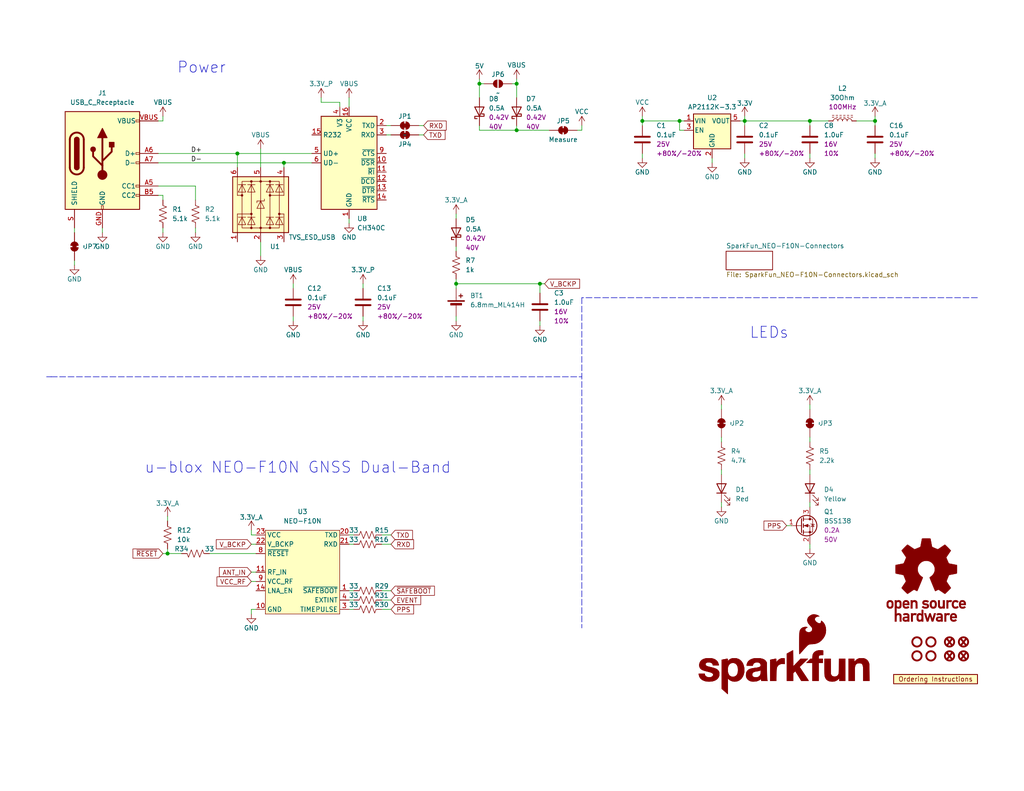
<source format=kicad_sch>
(kicad_sch (version 20230121) (generator eeschema)
  (paper "USLetter")
  (title_block (title "NEO-F10N") (date "2023-07-28") (rev "v10") (comment 1 "Designed by: N.Seidle"))
  (lib_symbols
    (symbol "SparkFun-Aesthetic:Fiducial_0.5mm"
      (symbol "Fiducial_0.5mm_1_1"
        (text "x" (at 0 0.254 0) (effects (font (size 2.5 2.5) bold)))
      )
    )
    (symbol "SparkFun-Aesthetic:OSHW_Logo" (pin_names (offset 1.016)) (in_bom no))
    (symbol "SparkFun-Aesthetic:Ordering_Instructions"
      (symbol "Ordering_Instructions_1_1"
        (text "Ordering Instructions" (at 1.27 0 0) (effects (font (size 1.27 1.27))))
      )
    )
    (symbol "SparkFun-Aesthetic:SparkFun_Logo" (pin_names (offset 1.016)) (on_board no))
    (symbol "SparkFun-Battery:Battery_6.8mm_ML414H_IV01E" (pin_numbers hide) (pin_names (offset 0) hide)
      (property "Reference" "BT" (at 2.54 2.54 0))
      (property "Value" "6.8mm_ML414H" (at 2.54 0 0))
      (symbol "Battery_6.8mm_ML414H_IV01E_1_1"
        (pin passive line (at 0 5.08 270) (length 2.54) (name "+") (number "+"))
        (pin passive line (at 0 -2.54 90) (length 2.54) (name "-") (number "-"))
      )
    )
    (symbol "SparkFun-Capacitor:0.1uF_0603_25V_20%" (pin_numbers hide) (pin_names (offset 0.254))
      (property "Reference" "C" (at 0.635 2.54 0))
      (property "Value" "0.1uF" (at 0.635 -2.54 0))
      (property "Voltage" "25V" (at 0 -6.35 0))
      (property "Tolerance" "+80%/-20%" (at 0 -8.89 0))
      (symbol "0.1uF_0603_25V_20%_1_1"
        (pin passive line (at 0 3.81 270) (length 2.794) (name "~") (number "1"))
        (pin passive line (at 0 -3.81 90) (length 2.794) (name "~") (number "2"))
      )
    )
    (symbol "SparkFun-Capacitor:1.0uF_0603_16V_10%" (pin_numbers hide) (pin_names (offset 0.254))
      (property "Reference" "C" (at 0.635 2.54 0))
      (property "Value" "1.0uF" (at 0.635 -2.54 0))
      (property "Voltage" "16V" (at 0 -6.35 0))
      (property "Tolerance" "10%" (at 0 -8.89 0))
      (symbol "1.0uF_0603_16V_10%_1_1"
        (pin passive line (at 0 3.81 270) (length 2.794) (name "~") (number "1"))
        (pin passive line (at 0 -3.81 90) (length 2.794) (name "~") (number "2"))
      )
    )
    (symbol "SparkFun-Coil:30Ohm_0603_1.8A" (pin_numbers hide) (pin_names (offset 1.016) hide)
      (property "Reference" "L" (at 0 2.54 0))
      (property "Value" "30Ohm" (at 0 -1.27 0))
      (property "Frequency" "100MHz" (at 0 -3.81 0))
      (symbol "30Ohm_0603_1.8A_1_1"
        (pin passive line (at -3.81 0 0) (length 1.27) (name "1") (number "1"))
        (pin passive line (at 3.81 0 180) (length 1.27) (name "2") (number "2"))
      )
    )
    (symbol "SparkFun-Connector:USB_C_Receptacle" (pin_names (offset 1.016))
      (property "Reference" "J" (at -10.16 12.7 0))
      (property "Value" "USB_C_Receptacle" (at 19.05 12.7 0))
      (symbol "USB_C_Receptacle_1_1"
        (pin bidirectional line (at 15.24 -8.89 180) (length 5.08) (name "CC1") (number "A5"))
        (pin bidirectional line (at 15.24 0 180) (length 5.08) (name "D+") (number "A6"))
        (pin bidirectional line (at 15.24 -2.54 180) (length 5.08) (name "D-") (number "A7"))
        (pin no_connect line (at 3.81 -15.24 90) (length 5.08) hide (name "NC") (number "A8"))
        (pin bidirectional line (at 15.24 -11.43 180) (length 5.08) (name "CC2") (number "B5"))
        (pin bidirectional line (at 15.24 0 180) (length 5.08) hide (name "D+") (number "B6"))
        (pin bidirectional line (at 15.24 -2.54 180) (length 5.08) hide (name "D-") (number "B7"))
        (pin no_connect line (at 3.81 -15.24 90) (length 5.08) hide (name "NC") (number "B8"))
        (pin passive line (at 0 -20.32 90) (length 5.08) (name "GND") (number "GND"))
        (pin no_connect line (at -2.54 -15.24 90) (length 5.08) hide (name "NC") (number "NC1"))
        (pin no_connect line (at -2.54 -15.24 90) (length 5.08) hide (name "NC") (number "NC2"))
        (pin no_connect line (at -2.54 -15.24 90) (length 5.08) hide (name "NC") (number "NC3"))
        (pin passive line (at -7.62 -20.32 90) (length 5.08) (name "SHIELD") (number "S"))
        (pin passive line (at 15.24 8.89 180) (length 5.08) (name "VBUS") (number "VBUS"))
      )
    )
    (symbol "SparkFun-DiscreteSemi:D_Schottky_0.5A_40V_0.42V" (pin_numbers hide) (pin_names (offset 1.016) hide)
      (property "Reference" "D" (at 0 2.54 0))
      (property "Value" "0.5A" (at 0 -2.54 0))
      (property "VDrop" "0.42V" (at 0 -7.62 0))
      (property "VMax" "40V" (at 0 -5.08 0))
      (symbol "D_Schottky_0.5A_40V_0.42V_1_1"
        (pin passive line (at 3.81 0 180) (length 2.54) (name "A") (number "A"))
        (pin passive line (at -3.81 0 0) (length 2.54) (name "C") (number "C"))
      )
    )
    (symbol "SparkFun-DiscreteSemi:D_TVS_ESD_USB" (pin_names hide)
      (property "Reference" "U" (at 2.54 7.62 0))
      (property "Value" "TVS_ESD_USB" (at 7.62 -10.16 0))
      (symbol "D_TVS_ESD_USB_1_1"
        (pin passive line (at -6.35 -11.43 90) (length 2.54) (name "I/O1") (number "1"))
        (pin passive line (at 0 -11.43 90) (length 2.54) (name "GND") (number "2"))
        (pin passive line (at 6.35 -11.43 90) (length 2.54) (name "I/O2") (number "3"))
        (pin passive line (at 6.35 8.89 270) (length 2.54) (name "I/O3") (number "4"))
        (pin passive line (at 0 8.89 270) (length 2.54) (name "VCC") (number "5"))
        (pin passive line (at -6.35 8.89 270) (length 2.54) (name "I/O4") (number "6"))
      )
    )
    (symbol "SparkFun-DiscreteSemi:Q_NMOS_0.2A_50V" (pin_names (offset 0) hide)
      (property "Reference" "Q" (at 5.08 1.27 0))
      (property "Value" "BSS138" (at 5.08 -1.27 0))
      (property "IMax" "0.2A" (at 7.62 -3.81 0))
      (property "VMax" "50V" (at 7.62 -6.35 0))
      (symbol "Q_NMOS_0.2A_50V_1_1"
        (pin input line (at -2.54 0 0) (length 0) (name "G") (number "1"))
        (pin passive line (at 2.54 -5.08 90) (length 2.54) (name "S") (number "2"))
        (pin passive line (at 2.54 5.08 270) (length 2.54) (name "D") (number "3"))
      )
    )
    (symbol "SparkFun-GPS:NEO-F10N"
      (property "Reference" "U" (at -8.89 12.7 0))
      (property "Value" "NEO-F10N" (at -5.08 -12.7 0))
      (symbol "NEO-F10N_1_0"
        (pin input line (at 12.7 -5.08 180) (length 2.54) (name "~{SAFEBOOT}") (number "1"))
        (pin no_connect line (at 30.48 0 180) (length 2.54) hide (name "RESERVED") (number "15"))
        (pin no_connect line (at 30.48 -2.54 180) (length 2.54) hide (name "RESERVED") (number "16"))
        (pin no_connect line (at 30.48 -5.08 180) (length 2.54) hide (name "RESERVED") (number "17"))
        (pin no_connect line (at 30.48 -7.62 180) (length 2.54) hide (name "RESERVED") (number "18"))
        (pin no_connect line (at 30.48 -10.16 180) (length 2.54) hide (name "RESERVED") (number "19"))
        (pin input line (at 12.7 -7.62 180) (length 2.54) (name "EXTINT") (number "4"))
        (pin no_connect line (at 30.48 7.62 180) (length 2.54) hide (name "RESERVED") (number "5"))
        (pin no_connect line (at 30.48 5.08 180) (length 2.54) hide (name "RESERVED") (number "6"))
        (pin no_connect line (at 30.48 2.54 180) (length 2.54) hide (name "RESERVED") (number "7"))
      )
      (symbol "NEO-F10N_1_1"
        (pin power_in line (at -12.7 -10.16 0) (length 2.54) (name "GND") (number "10"))
        (pin input line (at -12.7 0 0) (length 2.54) (name "RF_IN") (number "11"))
        (pin power_in line (at -12.7 -10.16 0) (length 2.54) hide (name "GND") (number "12"))
        (pin power_in line (at -12.7 -10.16 0) (length 2.54) hide (name "GND") (number "13"))
        (pin output line (at -12.7 -5.08 0) (length 2.54) (name "LNA_EN") (number "14"))
        (pin no_connect line (at 30.48 10.16 180) (length 2.54) hide (name "RESERVED") (number "2"))
        (pin output line (at 12.7 10.16 180) (length 2.54) (name "TXD") (number "20"))
        (pin input line (at 12.7 7.62 180) (length 2.54) (name "RXD") (number "21"))
        (pin power_in line (at -12.7 7.62 0) (length 2.54) (name "V_BCKP") (number "22"))
        (pin power_in line (at -12.7 10.16 0) (length 2.54) (name "VCC") (number "23"))
        (pin power_in line (at -12.7 -10.16 0) (length 2.54) hide (name "GND") (number "24"))
        (pin output line (at 12.7 -10.16 180) (length 2.54) (name "TIMEPULSE") (number "3"))
        (pin input line (at -12.7 5.08 0) (length 2.54) (name "~{RESET}") (number "8"))
        (pin power_out line (at -12.7 -2.54 0) (length 2.54) (name "VCC_RF") (number "9"))
      )
    )
    (symbol "SparkFun-Hardware:Stand_off")
    (symbol "SparkFun-IC-Comm:CH340C"
      (property "Reference" "U" (at 2.1941 -15.24 0))
      (property "Value" "CH340C" (at 2.1941 -17.78 0))
      (symbol "CH340C_1_1"
        (pin power_in line (at 0 -15.24 90) (length 2.54) (name "GND") (number "1"))
        (pin input line (at 10.16 0 180) (length 2.54) (name "~{DSR}") (number "10"))
        (pin input line (at 10.16 -2.54 180) (length 2.54) (name "~{RI}") (number "11"))
        (pin input line (at 10.16 -5.08 180) (length 2.54) (name "~{DCD}") (number "12"))
        (pin output line (at 10.16 -7.62 180) (length 2.54) (name "~{DTR}") (number "13"))
        (pin output line (at 10.16 -10.16 180) (length 2.54) (name "~{RTS}") (number "14"))
        (pin input line (at -10.16 7.62 0) (length 2.54) (name "R232") (number "15"))
        (pin power_in line (at 0 15.24 270) (length 2.54) (name "VCC") (number "16"))
        (pin output line (at 10.16 10.16 180) (length 2.54) (name "TXD") (number "2"))
        (pin input line (at 10.16 7.62 180) (length 2.54) (name "RXD") (number "3"))
        (pin passive line (at -2.54 15.24 270) (length 2.54) (name "V3") (number "4"))
        (pin bidirectional line (at -10.16 2.54 0) (length 2.54) (name "UD+") (number "5"))
        (pin bidirectional line (at -10.16 0 0) (length 2.54) (name "UD-") (number "6"))
        (pin no_connect line (at -7.62 -7.62 0) (length 2.54) hide (name "NC") (number "7"))
        (pin no_connect line (at -7.62 -10.16 0) (length 2.54) hide (name "NC") (number "8"))
        (pin input line (at 10.16 2.54 180) (length 2.54) (name "~{CTS}") (number "9"))
      )
    )
    (symbol "SparkFun-Jumper:Jumper_Measure" (pin_numbers hide) (pin_names (offset 0) hide)
      (property "Reference" "JP" (at 0 2.032 0))
      (property "Value" "Measure" (at 0 -2.54 0))
      (symbol "Jumper_Measure_1_1"
        (pin passive line (at -3.81 0 0) (length 2.54) (name "A") (number "1"))
        (pin passive line (at 3.81 0 180) (length 2.54) (name "B") (number "2"))
      )
    )
    (symbol "SparkFun-Jumper:SolderJumper_2_Bridged" (pin_numbers hide) (pin_names (offset 0) hide)
      (property "Reference" "JP" (at 0 2.032 0))
      (property "Value" "~" (at 0 -2.54 0))
      (symbol "SolderJumper_2_Bridged_1_1"
        (pin passive line (at -3.81 0 0) (length 2.54) (name "A") (number "1"))
        (pin passive line (at 3.81 0 180) (length 2.54) (name "B") (number "2"))
      )
    )
    (symbol "SparkFun-Jumper:SolderJumper_2_Open" (pin_numbers hide) (pin_names (offset 0) hide)
      (property "Reference" "JP" (at 0 2.032 0))
      (property "Value" "~" (at 0 -2.54 0))
      (symbol "SolderJumper_2_Open_1_1"
        (pin passive line (at -3.81 0 0) (length 2.54) (name "A") (number "1"))
        (pin passive line (at 3.81 0 180) (length 2.54) (name "B") (number "2"))
      )
    )
    (symbol "SparkFun-LED:LED_Red_0603" (pin_numbers hide) (pin_names (offset 1.016) hide)
      (property "Reference" "D" (at 0 2.54 0))
      (property "Value" "Red" (at 0 -2.54 0))
      (symbol "LED_Red_0603_1_1"
        (pin passive line (at -3.81 0 0) (length 2.54) (name "K") (number "1"))
        (pin passive line (at 3.81 0 180) (length 2.54) (name "A") (number "2"))
      )
    )
    (symbol "SparkFun-LED:LED_Yellow_0603" (pin_numbers hide) (pin_names (offset 1.016) hide)
      (property "Reference" "D" (at 0 2.54 0))
      (property "Value" "Yellow" (at 0 -2.54 0))
      (symbol "LED_Yellow_0603_1_1"
        (pin passive line (at -3.81 0 0) (length 2.54) (name "K") (number "1"))
        (pin passive line (at 3.81 0 180) (length 2.54) (name "A") (number "2"))
      )
    )
    (symbol "SparkFun-PowerSymbol:3.3V" (power) (pin_names (offset 0))
      (property "Value" "3.3V" (at 0 3.556 0))
      (symbol "3.3V_1_1"
        (pin power_in line (at 0 0 90) (length 0) hide (name "3.3V") (number "1"))
      )
    )
    (symbol "SparkFun-PowerSymbol:3.3V_A" (power) (pin_names (offset 0))
      (property "Value" "3.3V_A" (at 0 3.556 0))
      (symbol "3.3V_A_1_1"
        (pin power_in line (at 0 0 90) (length 0) hide (name "3.3V_A") (number "1"))
      )
    )
    (symbol "SparkFun-PowerSymbol:3.3V_P" (power) (pin_names (offset 0))
      (property "Value" "3.3V_P" (at 0 3.556 0))
      (symbol "3.3V_P_1_1"
        (pin power_in line (at 0 0 90) (length 0) hide (name "3.3V_P") (number "1"))
      )
    )
    (symbol "SparkFun-PowerSymbol:5V" (power) (pin_names (offset 0))
      (property "Value" "5V" (at 0 3.556 0))
      (symbol "5V_1_1"
        (pin power_in line (at 0 0 90) (length 0) hide (name "5V") (number "1"))
      )
    )
    (symbol "SparkFun-PowerSymbol:VBUS" (power) (pin_names (offset 0))
      (property "Value" "VBUS" (at 0 3.81 0))
      (symbol "VBUS_1_1"
        (pin power_in line (at 0 0 90) (length 0) hide (name "VBUS") (number "1"))
      )
    )
    (symbol "SparkFun-PowerSymbol:VCC" (power) (pin_names (offset 0))
      (property "Value" "VCC" (at 0 3.81 0))
      (symbol "VCC_1_1"
        (pin power_in line (at 0 0 90) (length 0) hide (name "VCC") (number "1"))
      )
    )
    (symbol "SparkFun-Regulator:AP2112K-3.3" (pin_names (offset 0.254))
      (symbol "AP2112K-3.3_1_1"
        (pin power_in line (at -7.62 2.54 0) (length 2.54) (name "VIN") (number "1"))
        (pin power_in line (at 0 -7.62 90) (length 2.54) (name "GND") (number "2"))
        (pin input line (at -7.62 0 0) (length 2.54) (name "EN") (number "3"))
        (pin no_connect line (at 5.08 0 180) (length 2.54) hide (name "NC") (number "4"))
        (pin power_out line (at 7.62 2.54 180) (length 2.54) (name "VOUT") (number "5"))
      )
    )
    (symbol "SparkFun-Resistor:10k_0603" (pin_numbers hide) (pin_names (offset 0))
      (property "Reference" "R" (at 0 -2.54 0))
      (property "Value" "10k" (at 0 2.54 0))
      (symbol "10k_0603_1_1"
        (pin passive line (at 3.81 0 180) (length 1.27) (name "~") (number "1"))
        (pin passive line (at -3.81 0 0) (length 1.27) (name "~") (number "2"))
      )
    )
    (symbol "SparkFun-Resistor:1k_0603" (pin_numbers hide) (pin_names (offset 0))
      (property "Reference" "R" (at 0 -2.54 0))
      (property "Value" "1k" (at 0 2.54 0))
      (symbol "1k_0603_1_1"
        (pin passive line (at 3.81 0 180) (length 1.27) (name "~") (number "1"))
        (pin passive line (at -3.81 0 0) (length 1.27) (name "~") (number "2"))
      )
    )
    (symbol "SparkFun-Resistor:2.2k_0603" (pin_numbers hide) (pin_names (offset 0))
      (property "Reference" "R" (at 0 -2.54 0))
      (property "Value" "2.2k" (at 0 2.54 0))
      (symbol "2.2k_0603_1_1"
        (pin passive line (at 3.81 0 180) (length 1.27) (name "~") (number "1"))
        (pin passive line (at -3.81 0 0) (length 1.27) (name "~") (number "2"))
      )
    )
    (symbol "SparkFun-Resistor:33_0603" (pin_numbers hide) (pin_names (offset 0))
      (property "Reference" "R" (at 0 -2.54 0))
      (property "Value" "33" (at 0 2.54 0))
      (symbol "33_0603_1_1"
        (pin passive line (at 3.81 0 180) (length 1.27) (name "~") (number "1"))
        (pin passive line (at -3.81 0 0) (length 1.27) (name "~") (number "2"))
      )
    )
    (symbol "SparkFun-Resistor:4.7k_0603" (pin_numbers hide) (pin_names (offset 0))
      (property "Reference" "R" (at 0 -2.54 0))
      (property "Value" "4.7k" (at 0 2.54 0))
      (symbol "4.7k_0603_1_1"
        (pin passive line (at 3.81 0 180) (length 1.27) (name "~") (number "1"))
        (pin passive line (at -3.81 0 0) (length 1.27) (name "~") (number "2"))
      )
    )
    (symbol "SparkFun-Resistor:5.1k_0603" (pin_numbers hide) (pin_names (offset 0))
      (property "Reference" "R" (at 0 -2.54 0))
      (property "Value" "5.1k" (at 0 2.54 0))
      (symbol "5.1k_0603_1_1"
        (pin passive line (at 3.81 0 180) (length 1.27) (name "~") (number "1"))
        (pin passive line (at -3.81 0 0) (length 1.27) (name "~") (number "2"))
      )
    )
    (symbol "power:GND" (power) (pin_names (offset 0))
      (property "Value" "GND" (at 0 -3.81 0))
      (symbol "GND_1_1"
        (pin power_in line (at 0 0 270) (length 0) hide (name "GND") (number "1"))
      )
    )
  )
  (junction (at 140.97 35.56))
  (junction (at 185.42 33.02))
  (junction (at 220.98 33.02))
  (junction (at 140.97 22.86))
  (junction (at 175.26 33.02))
  (junction (at 64.77 41.91))
  (junction (at 238.76 33.02))
  (junction (at 203.2 33.02))
  (junction (at 147.32 77.47))
  (junction (at 124.46 77.47))
  (junction (at 45.72 151.13))
  (junction (at 77.47 44.45))
  (junction (at 130.81 22.86))
  (wire (pts (xy 130.81 34.29) (xy 130.81 35.56)))
  (wire (pts (xy 130.81 22.86) (xy 132.08 22.86)))
  (wire (pts (xy 43.18 33.02) (xy 44.45 33.02)))
  (wire (pts (xy 203.2 33.02) (xy 220.98 33.02)))
  (wire (pts (xy 43.18 44.45) (xy 77.47 44.45)))
  (wire (pts (xy 104.14 166.37) (xy 106.68 166.37)))
  (wire (pts (xy 80.01 86.36) (xy 80.01 87.63)))
  (wire (pts (xy 196.85 137.16) (xy 196.85 138.43)))
  (wire (pts (xy 203.2 31.75) (xy 203.2 33.02)))
  (wire (pts (xy 238.76 31.75) (xy 238.76 33.02)))
  (wire (pts (xy 220.98 41.91) (xy 220.98 43.18)))
  (wire (pts (xy 220.98 138.43) (xy 220.98 137.16)))
  (wire (pts (xy 105.41 34.29) (xy 106.68 34.29)))
  (wire (pts (xy 114.3 36.83) (xy 115.57 36.83)))
  (wire (pts (xy 203.2 33.02) (xy 203.2 34.29)))
  (wire (pts (xy 220.98 110.49) (xy 220.98 111.76)))
  (wire (pts (xy 186.69 35.56) (xy 185.42 35.56)))
  (wire (pts (xy 104.14 163.83) (xy 106.68 163.83)))
  (wire (pts (xy 175.26 41.91) (xy 175.26 43.18)))
  (wire (pts (xy 140.97 35.56) (xy 140.97 34.29)))
  (wire (pts (xy 68.58 148.59) (xy 69.85 148.59)))
  (wire (pts (xy 44.45 53.34) (xy 44.45 54.61)))
  (wire (pts (xy 68.58 158.75) (xy 69.85 158.75)))
  (wire (pts (xy 92.71 27.94) (xy 92.71 29.21)))
  (wire (pts (xy 95.25 59.69) (xy 95.25 60.96)))
  (wire (pts (xy 196.85 129.54) (xy 196.85 128.27)))
  (wire (pts (xy 43.18 53.34) (xy 44.45 53.34)))
  (wire (pts (xy 64.77 41.91) (xy 64.77 45.72)))
  (wire (pts (xy 124.46 76.2) (xy 124.46 77.47)))
  (wire (pts (xy 149.86 35.56) (xy 140.97 35.56)))
  (wire (pts (xy 44.45 62.23) (xy 44.45 63.5)))
  (wire (pts (xy 124.46 87.63) (xy 124.46 86.36)))
  (wire (pts (xy 104.14 161.29) (xy 106.68 161.29)))
  (wire (pts (xy 196.85 120.65) (xy 196.85 119.38)))
  (wire (pts (xy 124.46 77.47) (xy 147.32 77.47)))
  (polyline (pts (xy 13.97 102.87) (xy 158.75 102.87)) (stroke (width 0) (type dash)))
  (wire (pts (xy 238.76 43.18) (xy 238.76 41.91)))
  (wire (pts (xy 147.32 87.63) (xy 147.32 88.9)))
  (wire (pts (xy 53.34 62.23) (xy 53.34 63.5)))
  (wire (pts (xy 77.47 44.45) (xy 85.09 44.45)))
  (wire (pts (xy 43.18 41.91) (xy 64.77 41.91)))
  (wire (pts (xy 194.31 43.18) (xy 194.31 44.45)))
  (wire (pts (xy 80.01 78.74) (xy 80.01 77.47)))
  (wire (pts (xy 71.12 40.64) (xy 71.12 45.72)))
  (wire (pts (xy 96.52 166.37) (xy 95.25 166.37)))
  (wire (pts (xy 175.26 31.75) (xy 175.26 33.02)))
  (wire (pts (xy 68.58 144.78) (xy 68.58 146.05)))
  (wire (pts (xy 130.81 35.56) (xy 140.97 35.56)))
  (wire (pts (xy 96.52 161.29) (xy 95.25 161.29)))
  (wire (pts (xy 124.46 58.42) (xy 124.46 59.69)))
  (wire (pts (xy 53.34 50.8) (xy 53.34 54.61)))
  (wire (pts (xy 64.77 41.91) (xy 85.09 41.91)))
  (wire (pts (xy 44.45 151.13) (xy 45.72 151.13)))
  (wire (pts (xy 124.46 67.31) (xy 124.46 68.58)))
  (wire (pts (xy 99.06 86.36) (xy 99.06 87.63)))
  (wire (pts (xy 45.72 151.13) (xy 49.53 151.13)))
  (wire (pts (xy 87.63 27.94) (xy 92.71 27.94)))
  (wire (pts (xy 43.18 50.8) (xy 53.34 50.8)))
  (wire (pts (xy 45.72 140.97) (xy 45.72 142.24)))
  (wire (pts (xy 175.26 33.02) (xy 185.42 33.02)))
  (wire (pts (xy 114.3 34.29) (xy 115.57 34.29)))
  (wire (pts (xy 157.48 35.56) (xy 158.75 35.56)))
  (wire (pts (xy 27.94 62.23) (xy 27.94 63.5)))
  (wire (pts (xy 196.85 110.49) (xy 196.85 111.76)))
  (wire (pts (xy 185.42 33.02) (xy 185.42 35.56)))
  (wire (pts (xy 20.32 63.5) (xy 20.32 62.23)))
  (wire (pts (xy 77.47 44.45) (xy 77.47 45.72)))
  (wire (pts (xy 140.97 21.59) (xy 140.97 22.86)))
  (wire (pts (xy 99.06 78.74) (xy 99.06 77.47)))
  (wire (pts (xy 96.52 148.59) (xy 95.25 148.59)))
  (polyline (pts (xy 12.7 102.87) (xy 13.97 102.87)) (stroke (width 0) (type dash)))
  (wire (pts (xy 87.63 26.67) (xy 87.63 27.94)))
  (wire (pts (xy 214.63 143.51) (xy 215.9 143.51)))
  (wire (pts (xy 220.98 33.02) (xy 226.06 33.02)))
  (wire (pts (xy 220.98 33.02) (xy 220.98 34.29)))
  (wire (pts (xy 96.52 163.83) (xy 95.25 163.83)))
  (wire (pts (xy 20.32 72.39) (xy 20.32 71.12)))
  (wire (pts (xy 104.14 148.59) (xy 106.68 148.59)))
  (wire (pts (xy 220.98 148.59) (xy 220.98 149.86)))
  (wire (pts (xy 69.85 146.05) (xy 68.58 146.05)))
  (wire (pts (xy 201.93 33.02) (xy 203.2 33.02)))
  (wire (pts (xy 71.12 66.04) (xy 71.12 69.85)))
  (wire (pts (xy 140.97 22.86) (xy 140.97 26.67)))
  (wire (pts (xy 96.52 146.05) (xy 95.25 146.05)))
  (wire (pts (xy 68.58 166.37) (xy 68.58 167.64)))
  (wire (pts (xy 130.81 22.86) (xy 130.81 26.67)))
  (wire (pts (xy 233.68 33.02) (xy 238.76 33.02)))
  (wire (pts (xy 105.41 36.83) (xy 106.68 36.83)))
  (wire (pts (xy 57.15 151.13) (xy 69.85 151.13)))
  (wire (pts (xy 124.46 77.47) (xy 124.46 78.74)))
  (wire (pts (xy 95.25 26.67) (xy 95.25 29.21)))
  (polyline (pts (xy 266.7 81.28) (xy 158.75 81.28)) (stroke (width 0) (type dash)))
  (wire (pts (xy 185.42 33.02) (xy 186.69 33.02)))
  (polyline (pts (xy 158.75 81.28) (xy 158.75 171.45)) (stroke (width 0) (type dash)))
  (wire (pts (xy 220.98 120.65) (xy 220.98 119.38)))
  (wire (pts (xy 45.72 149.86) (xy 45.72 151.13)))
  (wire (pts (xy 158.75 34.29) (xy 158.75 35.56)))
  (wire (pts (xy 175.26 33.02) (xy 175.26 34.29)))
  (wire (pts (xy 69.85 166.37) (xy 68.58 166.37)))
  (wire (pts (xy 44.45 31.75) (xy 44.45 33.02)))
  (wire (pts (xy 220.98 129.54) (xy 220.98 128.27)))
  (wire (pts (xy 147.32 77.47) (xy 148.59 77.47)))
  (wire (pts (xy 68.58 156.21) (xy 69.85 156.21)))
  (wire (pts (xy 130.81 21.59) (xy 130.81 22.86)))
  (wire (pts (xy 147.32 77.47) (xy 147.32 80.01)))
  (wire (pts (xy 139.7 22.86) (xy 140.97 22.86)))
  (wire (pts (xy 104.14 146.05) (xy 106.68 146.05)))
  (wire (pts (xy 203.2 41.91) (xy 203.2 43.18)))
  (wire (pts (xy 238.76 33.02) (xy 238.76 34.29)))
  (text "LEDs\n" (at 204.47 92.71 0) (effects (font (size 3 3)) (justify left bottom)))
  (text "u-blox NEO-F10N GNSS Dual-Band\n" (at 39.37 129.54 0) (effects (font (size 3 3)) (justify left bottom)))
  (text "Power\n" (at 48.26 20.32 0) (effects (font (size 3 3)) (justify left bottom)))
  (label "D+" (at 52.0636 41.91 0))
  (label "D-" (at 52.07 44.45 0))
  (global_label "TXD" (shape input) (at 115.57 36.83 0) (property "Intersheetrefs" "${INTERSHEET_REFS}" (effects hide)))
  (global_label "EVENT" (shape input) (at 106.68 163.83 0) (property "Intersheetrefs" "${INTERSHEET_REFS}" (effects hide)))
  (global_label "ANT_IN" (shape input) (at 68.58 156.21 180) (property "Intersheetrefs" "${INTERSHEET_REFS}" (effects hide)))
  (global_label "~{SAFEBOOT}" (shape input) (at 106.68 161.29 0) (property "Intersheetrefs" "${INTERSHEET_REFS}" (effects hide)))
  (global_label "VCC_RF" (shape input) (at 68.58 158.75 180) (property "Intersheetrefs" "${INTERSHEET_REFS}" (effects hide)))
  (global_label "V_BCKP" (shape input) (at 68.58 148.59 180) (property "Intersheetrefs" "${INTERSHEET_REFS}" (effects hide)))
  (global_label "~{RESET}" (shape input) (at 44.45 151.13 180) (property "Intersheetrefs" "${INTERSHEET_REFS}" (effects hide)))
  (global_label "PPS" (shape input) (at 106.68 166.37 0) (property "Intersheetrefs" "${INTERSHEET_REFS}" (effects hide)))
  (global_label "RXD" (shape input) (at 115.57 34.29 0) (property "Intersheetrefs" "${INTERSHEET_REFS}" (effects hide)))
  (global_label "TXD" (shape input) (at 106.68 146.05 0) (property "Intersheetrefs" "${INTERSHEET_REFS}" (effects hide)))
  (global_label "V_BCKP" (shape input) (at 148.59 77.47 0) (property "Intersheetrefs" "${INTERSHEET_REFS}" (effects hide)))
  (global_label "PPS" (shape input) (at 214.63 143.51 180) (property "Intersheetrefs" "${INTERSHEET_REFS}" (effects hide)))
  (global_label "RXD" (shape input) (at 106.68 148.59 0) (property "Intersheetrefs" "${INTERSHEET_REFS}" (effects hide)))
  (symbol (lib_id "SparkFun-Hardware:Stand_off") (at 250.19 179.07 0) (unit 1)
    (property "Reference" "ST4" (effects hide))
    (property "Value" "Stand_off" (effects hide))
    (property "Footprint" "SparkFun-Hardware:STAND-OFF" (effects hide))
  )
  (symbol (lib_id "SparkFun-Aesthetic:Ordering_Instructions") (at 254 185.42 0) (unit 1)
    (property "Reference" "U7" (effects hide))
    (property "Footprint" "SparkFun-Aesthetic:ORDERING_INSTRUCTIONS" (effects hide))
  )
  (symbol (lib_id "SparkFun-Coil:30Ohm_0603_1.8A") (at 229.87 33.02 0) (unit 1)
    (property "Reference" "L2" (at 229.87 24.13 0))
    (property "Value" "30Ohm" (at 229.87 26.67 0))
    (property "Footprint" "SparkFun-Capacitor:C_0603_1608Metric" (effects hide))
    (property "Datasheet" "https://product.tdk.com/en/system/files?file=dam/doc/product/emc/emc/beads/catalog/beads_commercial_power_mpz1608_en.pdf" (effects hide))
    (property "PROD_ID" "NDUC-07859" (effects hide))
    (property "Frequency" "100MHz" (at 229.87 29.21 0))
  )
  (symbol (lib_id "SparkFun-Resistor:33_0603") (at 100.33 166.37 180) (unit 1)
    (property "Reference" "R30" (at 104.14 165.1 0))
    (property "Value" "33" (at 96.52 165.1 0))
    (property "Footprint" "SparkFun-Resistor:R_0603_1608Metric" (effects hide))
    (property "Datasheet" "https://www.vishay.com/docs/20035/dcrcwe3.pdf" (effects hide))
    (property "PROD_ID" "RES-08270" (effects hide))
  )
  (symbol (lib_id "power:GND") (at 80.01 87.63 0) (unit 1)
    (property "Reference" "#PWR046" (effects hide))
    (property "Value" "GND" (at 80.01 91.44 0))
  )
  (symbol (lib_id "SparkFun-PowerSymbol:VBUS") (at 95.25 26.67 0) (unit 1)
    (property "Reference" "#PWR012" (effects hide))
    (property "Value" "VBUS" (at 95.25 22.86 0))
  )
  (symbol (lib_id "SparkFun-Aesthetic:SparkFun_Logo") (at 213.36 182.88 0) (unit 1) (on_board no)
    (property "Reference" "G5" (effects hide))
    (property "Value" "SparkFun_Logo" (effects hide))
  )
  (symbol (lib_id "power:GND") (at 20.32 72.39 0) (unit 1)
    (property "Reference" "#PWR048" (effects hide))
    (property "Value" "GND" (at 20.32 76.2 0))
  )
  (symbol (lib_id "SparkFun-PowerSymbol:VBUS") (at 80.01 77.47 0) (unit 1)
    (property "Reference" "#PWR038" (effects hide))
    (property "Value" "VBUS" (at 80.01 73.66 0))
  )
  (symbol (lib_id "SparkFun-DiscreteSemi:Q_NMOS_0.2A_50V") (at 218.44 143.51 0) (unit 1)
    (property "Reference" "Q1" (at 224.79 139.7 0) (effects (justify left)))
    (property "Value" "BSS138" (at 224.79 142.24 0) (effects (justify left)))
    (property "Footprint" "SparkFun-Semiconductor-Standard:SOT23-3" (effects hide))
    (property "Datasheet" "https://cdn.sparkfun.com/datasheets/BreakoutBoards/BSS138.pdf" (effects hide))
    (property "PROD_ID" "TRANS-00830" (effects hide))
    (property "IMax" "0.2A" (at 224.79 144.78 0) (effects (justify left)))
    (property "VMax" "50V" (at 224.79 147.32 0) (effects (justify left)))
  )
  (symbol (lib_id "SparkFun-IC-Comm:CH340C") (at 95.25 44.45 0) (unit 1)
    (property "Reference" "U8" (at 97.4441 59.69 0) (effects (justify left)))
    (property "Value" "CH340C" (at 97.4441 62.23 0) (effects (justify left)))
    (property "Footprint" "SparkFun-Semiconductor-Standard:SO16" (effects hide))
    (property "Datasheet" "https://datasheet.lcsc.com/szlcsc/Jiangsu-Qin-Heng-CH340C_C84681.pdf" (effects hide))
    (property "PROD_ID" "IC-14038" (effects hide))
  )
  (symbol (lib_id "SparkFun-DiscreteSemi:D_Schottky_0.5A_40V_0.42V") (at 130.81 30.48 90) (unit 1)
    (property "Reference" "D8" (at 133.35 26.9875 90) (effects (justify right)))
    (property "Value" "0.5A" (at 133.35 29.5275 90) (effects (justify right)))
    (property "Footprint" "SparkFun-Semiconductor-Standard:SOD-323" (effects hide))
    (property "Datasheet" "https://assets.nexperia.com/documents/data-sheet/PMEG4005EJ.pdf" (effects hide))
    (property "PROD_ID" "DIO-10955" (effects hide))
    (property "VDrop" "0.42V" (at 133.35 32.0675 90) (effects (justify right)))
    (property "VMax" "40V" (at 133.35 34.6075 90) (effects (justify right)))
  )
  (symbol (lib_id "SparkFun-PowerSymbol:VBUS") (at 140.97 21.59 0) (unit 1)
    (property "Reference" "#PWR025" (effects hide))
    (property "Value" "VBUS" (at 140.97 17.78 0))
  )
  (symbol (lib_id "power:GND") (at 220.98 43.18 0) (unit 1)
    (property "Reference" "#PWR035" (effects hide))
    (property "Value" "GND" (at 220.98 46.99 0))
  )
  (symbol (lib_id "power:GND") (at 203.2 43.18 0) (unit 1)
    (property "Reference" "#PWR04" (effects hide))
    (property "Value" "GND" (at 203.2 46.99 0))
  )
  (symbol (lib_id "SparkFun-Aesthetic:Fiducial_0.5mm") (at 262.89 175.26 0) (unit 1)
    (property "Reference" "FID1" (effects hide))
    (property "Value" "Fiducial_0.5mm" (effects hide))
    (property "Footprint" "SparkFun-Aesthetic:Fiducial_0.5mm_Mask1mm" (effects hide))
  )
  (symbol (lib_id "SparkFun-Resistor:33_0603") (at 100.33 146.05 180) (unit 1)
    (property "Reference" "R15" (at 104.14 144.78 0))
    (property "Value" "33" (at 96.52 144.78 0))
    (property "Footprint" "SparkFun-Resistor:R_0603_1608Metric" (effects hide))
    (property "Datasheet" "https://www.vishay.com/docs/20035/dcrcwe3.pdf" (effects hide))
    (property "PROD_ID" "RES-08270" (effects hide))
  )
  (symbol (lib_id "power:GND") (at 175.26 43.18 0) (unit 1)
    (property "Reference" "#PWR03" (effects hide))
    (property "Value" "GND" (at 175.26 46.99 0))
  )
  (symbol (lib_id "SparkFun-Aesthetic:Fiducial_0.5mm") (at 262.89 179.07 0) (unit 1)
    (property "Reference" "FID4" (effects hide))
    (property "Value" "Fiducial_0.5mm" (effects hide))
    (property "Footprint" "SparkFun-Aesthetic:Fiducial_0.5mm_Mask1mm" (effects hide))
  )
  (symbol (lib_id "SparkFun-Regulator:AP2112K-3.3") (at 194.31 35.56 0) (unit 1)
    (property "Reference" "U2" (at 194.31 26.67 0))
    (property "Value" "AP2112K-3.3" (at 194.31 29.21 0))
    (property "Footprint" "SparkFun-Semiconductor-Standard:SOT23-5" (effects hide))
    (property "Datasheet" "https://www.diodes.com/assets/Datasheets/AP2112.pdf" (effects hide))
    (property "PROD_ID" "VREG-12457" (effects hide))
    (property "VMax" "6V" (effects hide))
    (property "Imax" "600mA" (effects hide))
    (property "Iq" "55µA" (effects hide))
  )
  (symbol (lib_id "SparkFun-PowerSymbol:3.3V_A") (at 196.85 110.49 0) (unit 1)
    (property "Reference" "#PWR034" (effects hide))
    (property "Value" "3.3V_A" (at 196.85 106.68 0))
  )
  (symbol (lib_id "SparkFun-Resistor:4.7k_0603") (at 196.85 124.46 90) (unit 1)
    (property "Reference" "R4" (at 199.39 123.19 90) (effects (justify right)))
    (property "Value" "4.7k" (at 199.39 125.73 90) (effects (justify right)))
    (property "Footprint" "SparkFun-Resistor:R_0603_1608Metric" (effects hide))
    (property "Datasheet" "https://www.vishay.com/docs/20035/dcrcwe3.pdf" (effects hide))
    (property "PROD_ID" "RES-07857" (effects hide))
  )
  (symbol (lib_id "SparkFun-Resistor:5.1k_0603") (at 44.45 58.42 90) (unit 1)
    (property "Reference" "R1" (at 46.99 57.15 90) (effects (justify right)))
    (property "Value" "5.1k" (at 46.99 59.69 90) (effects (justify right)))
    (property "Footprint" "SparkFun-Resistor:R_0603_1608Metric" (effects hide))
    (property "Datasheet" "https://www.vishay.com/docs/20035/dcrcwe3.pdf" (effects hide))
    (property "PROD_ID" "RES-12083" (effects hide))
  )
  (symbol (lib_id "power:GND") (at 147.32 88.9 0) (unit 1)
    (property "Reference" "#PWR026" (effects hide))
    (property "Value" "GND" (at 147.32 92.71 0))
  )
  (symbol (lib_id "SparkFun-PowerSymbol:VCC") (at 175.26 31.75 0) (unit 1)
    (property "Reference" "#PWR027" (effects hide))
    (property "Value" "VCC" (at 175.26 27.94 0))
  )
  (symbol (lib_id "power:GND") (at 27.94 63.5 0) (unit 1)
    (property "Reference" "#PWR013" (effects hide))
    (property "Value" "GND" (at 27.94 67.31 0))
  )
  (symbol (lib_id "SparkFun-PowerSymbol:3.3V_P") (at 87.63 26.67 0) (unit 1)
    (property "Reference" "#PWR039" (effects hide))
    (property "Value" "3.3V_P" (at 87.63 22.86 0))
  )
  (symbol (lib_id "power:GND") (at 44.45 63.5 0) (unit 1)
    (property "Reference" "#PWR015" (effects hide))
    (property "Value" "GND" (at 44.45 67.31 0))
  )
  (symbol (lib_id "SparkFun-Hardware:Stand_off") (at 254 179.07 0) (unit 1)
    (property "Reference" "ST2" (effects hide))
    (property "Value" "Stand_off" (effects hide))
    (property "Footprint" "SparkFun-Hardware:STAND-OFF" (effects hide))
  )
  (symbol (lib_id "SparkFun-LED:LED_Red_0603") (at 196.85 133.35 90) (unit 1)
    (property "Reference" "D1" (at 200.66 133.6675 90) (effects (justify right)))
    (property "Value" "Red" (at 200.66 136.2075 90) (effects (justify right)))
    (property "Footprint" "SparkFun-LED:LED_0603_1608Metric" (effects hide))
    (property "Datasheet" "https://docs.broadcom.com/docs/AV02-0551EN" (effects hide))
    (property "PROD_ID" "DIO-17976" (effects hide))
  )
  (symbol (lib_id "SparkFun-Capacitor:0.1uF_0603_25V_20%") (at 80.01 82.55 0) (unit 1)
    (property "Reference" "C12" (at 83.82 78.74 0) (effects (justify left)))
    (property "Value" "0.1uF" (at 83.82 81.28 0) (effects (justify left)))
    (property "Footprint" "SparkFun-Capacitor:C_0603_1608Metric" (effects hide))
    (property "Datasheet" "https://cdn.sparkfun.com/assets/8/a/4/a/5/Kemet_Capacitor_Datasheet.pdf" (effects hide))
    (property "PROD_ID" "CAP-00810" (effects hide))
    (property "Voltage" "25V" (at 83.82 83.82 0) (effects (justify left)))
    (property "Tolerance" "+80%/-20%" (at 83.82 86.36 0) (effects (justify left)))
  )
  (symbol (lib_id "SparkFun-PowerSymbol:VBUS") (at 71.12 40.64 0) (unit 1)
    (property "Reference" "#PWR08" (effects hide))
    (property "Value" "VBUS" (at 71.12 36.83 0))
  )
  (symbol (lib_id "SparkFun-PowerSymbol:5V") (at 130.81 21.59 0) (unit 1)
    (property "Reference" "#PWR014" (effects hide))
    (property "Value" "5V" (at 130.81 18.034 0))
  )
  (symbol (lib_id "power:GND") (at 124.46 87.63 0) (unit 1)
    (property "Reference" "#PWR024" (effects hide))
    (property "Value" "GND" (at 124.46 91.44 0))
  )
  (symbol (lib_id "SparkFun-PowerSymbol:3.3V_A") (at 45.72 140.97 0) (unit 1)
    (property "Reference" "#PWR01" (effects hide))
    (property "Value" "3.3V_A" (at 45.72 137.414 0))
  )
  (symbol (lib_id "SparkFun-Battery:Battery_6.8mm_ML414H_IV01E") (at 124.46 83.82 0) (unit 1)
    (property "Reference" "BT1" (at 128.27 80.7085 0) (effects (justify left)))
    (property "Value" "6.8mm_ML414H" (at 128.27 83.2485 0) (effects (justify left)))
    (property "Footprint" "SparkFun-Battery:ML414H_IV01E" (effects hide))
    (property "PROD_ID" "BATT-14267" (effects hide))
  )
  (symbol (lib_id "SparkFun-Jumper:SolderJumper_2_Bridged") (at 196.85 115.57 90) (unit 1)
    (property "Reference" "JP2" (at 199.39 115.57 90) (effects (justify right)))
    (property "Value" "~" (at 199.39 115.57 0))
    (property "Footprint" "SparkFun-Jumper:SMT-JUMPER_2_NC_TRACE_SILK" (effects hide))
  )
  (symbol (lib_id "SparkFun-Jumper:SolderJumper_2_Bridged") (at 110.49 34.29 0) (unit 1)
    (property "Reference" "JP1" (at 110.49 31.75 0))
    (property "Value" "~" (at 110.49 36.83 0))
    (property "Footprint" "SparkFun-Jumper:SMT-JUMPER_2_NC_TRACE_SILK" (effects hide))
  )
  (symbol (lib_id "SparkFun-Resistor:2.2k_0603") (at 220.98 124.46 90) (unit 1)
    (property "Reference" "R5" (at 223.52 123.19 90) (effects (justify right)))
    (property "Value" "2.2k" (at 223.52 125.73 90) (effects (justify right)))
    (property "Footprint" "SparkFun-Resistor:R_0603_1608Metric" (effects hide))
    (property "Datasheet" "https://www.vishay.com/docs/20035/dcrcwe3.pdf" (effects hide))
    (property "PROD_ID" "RES-08272" (effects hide))
  )
  (symbol (lib_id "SparkFun-Capacitor:1.0uF_0603_16V_10%") (at 147.32 83.82 0) (unit 1)
    (property "Reference" "C3" (at 151.13 80.01 0) (effects (justify left)))
    (property "Value" "1.0uF" (at 151.13 82.55 0) (effects (justify left)))
    (property "Footprint" "SparkFun-Capacitor:C_0603_1608Metric" (effects hide))
    (property "Datasheet" "https://cdn.sparkfun.com/assets/8/a/4/a/5/Kemet_Capacitor_Datasheet.pdf" (effects hide))
    (property "PROD_ID" "CAP-13930" (effects hide))
    (property "Voltage" "16V" (at 151.13 85.09 0) (effects (justify left)))
    (property "Tolerance" "10%" (at 151.13 87.63 0) (effects (justify left)))
  )
  (symbol (lib_id "SparkFun-Aesthetic:OSHW_Logo") (at 252.73 162.56 0) (unit 1) (in_bom no)
    (property "Reference" "G1" (effects hide))
    (property "Value" "OSHW_Logo" (effects hide))
    (property "Footprint" "SparkFun-Aesthetic:Creative_Commons_License" (effects hide))
  )
  (symbol (lib_id "power:GND") (at 194.31 44.45 0) (unit 1)
    (property "Reference" "#PWR06" (effects hide))
    (property "Value" "GND" (at 194.31 48.26 0))
  )
  (symbol (lib_id "SparkFun-Hardware:Stand_off") (at 250.19 175.26 0) (unit 1)
    (property "Reference" "ST3" (effects hide))
    (property "Value" "Stand_off" (effects hide))
    (property "Footprint" "SparkFun-Hardware:STAND-OFF" (effects hide))
  )
  (symbol (lib_id "SparkFun-Jumper:SolderJumper_2_Bridged") (at 110.49 36.83 0) (unit 1)
    (property "Reference" "JP4" (at 110.49 39.37 0))
    (property "Value" "~" (at 110.49 39.37 0))
    (property "Footprint" "SparkFun-Jumper:SMT-JUMPER_2_NC_TRACE_SILK" (effects hide))
  )
  (symbol (lib_id "SparkFun-Resistor:33_0603") (at 100.33 161.29 180) (unit 1)
    (property "Reference" "R29" (at 104.14 160.02 0))
    (property "Value" "33" (at 96.52 160.02 0))
    (property "Footprint" "SparkFun-Resistor:R_0603_1608Metric" (effects hide))
    (property "Datasheet" "https://www.vishay.com/docs/20035/dcrcwe3.pdf" (effects hide))
    (property "PROD_ID" "RES-08270" (effects hide))
  )
  (symbol (lib_id "power:GND") (at 53.34 63.5 0) (unit 1)
    (property "Reference" "#PWR016" (effects hide))
    (property "Value" "GND" (at 53.34 67.31 0))
  )
  (symbol (lib_id "SparkFun-PowerSymbol:3.3V") (at 203.2 31.75 0) (unit 1)
    (property "Reference" "#PWR017" (effects hide))
    (property "Value" "3.3V" (at 203.2 28.194 0))
  )
  (symbol (lib_id "SparkFun-Hardware:Stand_off") (at 254 175.26 0) (unit 1)
    (property "Reference" "ST1" (effects hide))
    (property "Value" "Stand_off" (effects hide))
    (property "Footprint" "SparkFun-Hardware:STAND-OFF" (effects hide))
  )
  (symbol (lib_id "SparkFun-DiscreteSemi:D_TVS_ESD_USB") (at 71.12 54.61 0) (unit 1)
    (property "Reference" "U1" (at 73.66 67.31 0) (effects (justify left)))
    (property "Value" "TVS_ESD_USB" (at 78.74 64.77 0) (effects (justify left)))
    (property "Footprint" "SparkFun-Semiconductor-Standard:SOT23-6" (effects hide))
    (property "Datasheet" "https://www.diodes.com/assets/Datasheets/DT1042-04SO.pdf" (effects hide))
    (property "PROD_ID" "IC-13538" (effects hide))
  )
  (symbol (lib_id "SparkFun-Resistor:10k_0603") (at 45.72 146.05 90) (unit 1)
    (property "Reference" "R12" (at 48.26 144.78 90) (effects (justify right)))
    (property "Value" "10k" (at 48.26 147.32 90) (effects (justify right)))
    (property "Footprint" "SparkFun-Resistor:R_0603_1608Metric" (effects hide))
    (property "Datasheet" "https://www.vishay.com/docs/20035/dcrcwe3.pdf" (effects hide))
    (property "PROD_ID" "RES-00824" (effects hide))
  )
  (symbol (lib_id "SparkFun-DiscreteSemi:D_Schottky_0.5A_40V_0.42V") (at 140.97 30.48 90) (unit 1)
    (property "Reference" "D7" (at 143.51 26.9875 90) (effects (justify right)))
    (property "Value" "0.5A" (at 143.51 29.5275 90) (effects (justify right)))
    (property "Footprint" "SparkFun-Semiconductor-Standard:SOD-323" (effects hide))
    (property "Datasheet" "https://assets.nexperia.com/documents/data-sheet/PMEG4005EJ.pdf" (effects hide))
    (property "PROD_ID" "DIO-10955" (effects hide))
    (property "VDrop" "0.42V" (at 143.51 32.0675 90) (effects (justify right)))
    (property "VMax" "40V" (at 143.51 34.6075 90) (effects (justify right)))
  )
  (symbol (lib_id "SparkFun-PowerSymbol:3.3V_P") (at 99.06 77.47 0) (unit 1)
    (property "Reference" "#PWR040" (effects hide))
    (property "Value" "3.3V_P" (at 99.06 73.66 0))
  )
  (symbol (lib_id "SparkFun-Capacitor:0.1uF_0603_25V_20%") (at 175.26 38.1 0) (unit 1)
    (property "Reference" "C1" (at 179.07 34.29 0) (effects (justify left)))
    (property "Value" "0.1uF" (at 179.07 36.83 0) (effects (justify left)))
    (property "Footprint" "SparkFun-Capacitor:C_0603_1608Metric" (effects hide))
    (property "Datasheet" "https://cdn.sparkfun.com/assets/8/a/4/a/5/Kemet_Capacitor_Datasheet.pdf" (effects hide))
    (property "PROD_ID" "CAP-00810" (effects hide))
    (property "Voltage" "25V" (at 179.07 39.37 0) (effects (justify left)))
    (property "Tolerance" "+80%/-20%" (at 179.07 41.91 0) (effects (justify left)))
  )
  (symbol (lib_id "SparkFun-Resistor:5.1k_0603") (at 53.34 58.42 90) (unit 1)
    (property "Reference" "R2" (at 55.88 57.15 90) (effects (justify right)))
    (property "Value" "5.1k" (at 55.88 59.69 90) (effects (justify right)))
    (property "Footprint" "SparkFun-Resistor:R_0603_1608Metric" (effects hide))
    (property "Datasheet" "https://www.vishay.com/docs/20035/dcrcwe3.pdf" (effects hide))
    (property "PROD_ID" "RES-12083" (effects hide))
  )
  (symbol (lib_id "SparkFun-Resistor:1k_0603") (at 124.46 72.39 90) (unit 1)
    (property "Reference" "R7" (at 127 71.12 90) (effects (justify right)))
    (property "Value" "1k" (at 127 73.66 90) (effects (justify right)))
    (property "Footprint" "SparkFun-Resistor:R_0603_1608Metric" (effects hide))
    (property "Datasheet" "https://www.vishay.com/docs/20035/dcrcwe3.pdf" (effects hide))
    (property "PROD_ID" "RES-07856" (effects hide))
  )
  (symbol (lib_id "SparkFun-Jumper:Jumper_Measure") (at 153.67 35.56 0) (unit 1)
    (property "Reference" "JP5" (at 153.67 33.02 0))
    (property "Value" "Measure" (at 153.67 38.1 0))
    (property "Footprint" "SparkFun-Jumper:COMBO-JUMPER_2_NC_TRACE" (effects hide))
  )
  (symbol (lib_id "SparkFun-LED:LED_Yellow_0603") (at 220.98 133.35 90) (unit 1)
    (property "Reference" "D4" (at 224.79 133.6675 90) (effects (justify right)))
    (property "Value" "Yellow" (at 224.79 136.2075 90) (effects (justify right)))
    (property "Footprint" "SparkFun-LED:LED_0603_1608Metric" (effects hide))
    (property "Datasheet" "https://www.kingbrightusa.com/images/catalog/SPEC/APT1608SYCK.pdf" (effects hide))
    (property "PROD_ID" "DIO-09003" (effects hide))
  )
  (symbol (lib_id "SparkFun-Jumper:SolderJumper_2_Open") (at 135.89 22.86 0) (unit 1)
    (property "Reference" "JP6" (at 135.89 20.32 0))
    (property "Value" "~" (at 135.89 25.4 0))
    (property "Footprint" "SparkFun-Jumper:SMT-JUMPER_2_NO_SILK" (effects hide))
  )
  (symbol (lib_id "SparkFun-Capacitor:1.0uF_0603_16V_10%") (at 220.98 38.1 0) (unit 1)
    (property "Reference" "C8" (at 224.79 34.29 0) (effects (justify left)))
    (property "Value" "1.0uF" (at 224.79 36.83 0) (effects (justify left)))
    (property "Footprint" "SparkFun-Capacitor:C_0603_1608Metric" (effects hide))
    (property "Datasheet" "https://cdn.sparkfun.com/assets/8/a/4/a/5/Kemet_Capacitor_Datasheet.pdf" (effects hide))
    (property "PROD_ID" "CAP-13930" (effects hide))
    (property "Voltage" "16V" (at 224.79 39.37 0) (effects (justify left)))
    (property "Tolerance" "10%" (at 224.79 41.91 0) (effects (justify left)))
  )
  (symbol (lib_id "SparkFun-PowerSymbol:3.3V_A") (at 238.76 31.75 0) (unit 1)
    (property "Reference" "#PWR037" (effects hide))
    (property "Value" "3.3V_A" (at 238.76 28.194 0))
  )
  (symbol (lib_id "SparkFun-PowerSymbol:VBUS") (at 44.45 31.75 0) (unit 1)
    (property "Reference" "#PWR021" (effects hide))
    (property "Value" "VBUS" (at 44.45 27.94 0))
  )
  (symbol (lib_id "SparkFun-Connector:USB_C_Receptacle") (at 27.94 41.91 0) (unit 1)
    (property "Reference" "J1" (at 27.94 25.4 0))
    (property "Value" "USB_C_Receptacle" (at 27.94 27.94 0))
    (property "Footprint" "SparkFun-Connector:USB-C-16P" (effects hide))
    (property "Datasheet" "https://www.usb.org/sites/default/files/documents/usb_type-c.zip" (effects hide))
    (property "PROD_ID" "CONN-14122" (effects hide))
  )
  (symbol (lib_id "SparkFun-Aesthetic:SparkFun_Logo") (at 213.36 182.88 0) (unit 1) (on_board no)
    (property "Reference" "G3" (effects hide))
    (property "Value" "SparkFun_Logo" (effects hide))
  )
  (symbol (lib_id "SparkFun-Aesthetic:Fiducial_0.5mm") (at 259.08 175.26 0) (unit 1)
    (property "Reference" "FID2" (effects hide))
    (property "Value" "Fiducial_0.5mm" (effects hide))
    (property "Footprint" "SparkFun-Aesthetic:Fiducial_0.5mm_Mask1mm" (effects hide))
  )
  (symbol (lib_id "power:GND") (at 99.06 87.63 0) (unit 1)
    (property "Reference" "#PWR047" (effects hide))
    (property "Value" "GND" (at 99.06 91.44 0))
  )
  (symbol (lib_id "power:GND") (at 238.76 43.18 0) (unit 1)
    (property "Reference" "#PWR067" (effects hide))
    (property "Value" "GND" (at 238.76 46.99 0))
  )
  (symbol (lib_id "SparkFun-PowerSymbol:3.3V_A") (at 124.46 58.42 0) (unit 1)
    (property "Reference" "#PWR028" (effects hide))
    (property "Value" "3.3V_A" (at 124.46 54.61 0))
  )
  (symbol (lib_id "SparkFun-PowerSymbol:VCC") (at 158.75 34.29 0) (unit 1)
    (property "Reference" "#PWR09" (effects hide))
    (property "Value" "VCC" (at 158.75 30.48 0))
  )
  (symbol (lib_id "power:GND") (at 71.12 69.85 0) (unit 1)
    (property "Reference" "#PWR07" (effects hide))
    (property "Value" "GND" (at 71.12 73.66 0))
  )
  (symbol (lib_id "SparkFun-Capacitor:0.1uF_0603_25V_20%") (at 203.2 38.1 0) (unit 1)
    (property "Reference" "C2" (at 207.01 34.29 0) (effects (justify left)))
    (property "Value" "0.1uF" (at 207.01 36.83 0) (effects (justify left)))
    (property "Footprint" "SparkFun-Capacitor:C_0603_1608Metric" (effects hide))
    (property "Datasheet" "https://cdn.sparkfun.com/assets/8/a/4/a/5/Kemet_Capacitor_Datasheet.pdf" (effects hide))
    (property "PROD_ID" "CAP-00810" (effects hide))
    (property "Voltage" "25V" (at 207.01 39.37 0) (effects (justify left)))
    (property "Tolerance" "+80%/-20%" (at 207.01 41.91 0) (effects (justify left)))
  )
  (symbol (lib_id "SparkFun-Jumper:SolderJumper_2_Bridged") (at 20.32 67.31 90) (unit 1)
    (property "Reference" "JP7" (at 22.86 67.31 90) (effects (justify right)))
    (property "Value" "~" (at 22.86 67.31 0))
    (property "Footprint" "SparkFun-Jumper:SMT-JUMPER_2_NC_TRACE_SILK" (effects hide))
  )
  (symbol (lib_id "SparkFun-PowerSymbol:3.3V_A") (at 68.58 144.78 0) (unit 1)
    (property "Reference" "#PWR043" (effects hide))
    (property "Value" "3.3V_A" (at 68.58 141.224 0))
  )
  (symbol (lib_id "SparkFun-GPS:NEO-F10N") (at 82.55 156.21 0) (unit 1)
    (property "Reference" "U3" (at 82.55 139.7 0))
    (property "Value" "NEO-F10N" (at 82.55 142.24 0))
    (property "Footprint" "SparkFun-GPS:NEO-M9N_M8T_M8U_D9S_F9P_F10N" (effects hide))
    (property "Datasheet" "https://content.u-blox.com/sites/default/files/documents/NEO-F10N_ProductSummary_UBX-22038758.pdf" (effects hide))
    (property "PROD_ID" "IC-20627" (effects hide))
  )
  (symbol (lib_id "SparkFun-PowerSymbol:3.3V_A") (at 220.98 110.49 0) (unit 1)
    (property "Reference" "#PWR041" (effects hide))
    (property "Value" "3.3V_A" (at 220.98 106.68 0))
  )
  (symbol (lib_id "SparkFun-Jumper:SolderJumper_2_Bridged") (at 220.98 115.57 90) (unit 1)
    (property "Reference" "JP3" (at 223.52 115.57 90) (effects (justify right)))
    (property "Value" "~" (at 223.52 115.57 0))
    (property "Footprint" "SparkFun-Jumper:SMT-JUMPER_2_NC_TRACE_SILK" (effects hide))
  )
  (symbol (lib_id "SparkFun-Capacitor:0.1uF_0603_25V_20%") (at 238.76 38.1 0) (unit 1)
    (property "Reference" "C16" (at 242.57 34.29 0) (effects (justify left)))
    (property "Value" "0.1uF" (at 242.57 36.83 0) (effects (justify left)))
    (property "Footprint" "SparkFun-Capacitor:C_0603_1608Metric" (effects hide))
    (property "Datasheet" "https://cdn.sparkfun.com/assets/8/a/4/a/5/Kemet_Capacitor_Datasheet.pdf" (effects hide))
    (property "PROD_ID" "CAP-00810" (effects hide))
    (property "Voltage" "25V" (at 242.57 39.37 0) (effects (justify left)))
    (property "Tolerance" "+80%/-20%" (at 242.57 41.91 0) (effects (justify left)))
  )
  (symbol (lib_id "SparkFun-Aesthetic:Fiducial_0.5mm") (at 259.08 179.07 0) (unit 1)
    (property "Reference" "FID3" (effects hide))
    (property "Value" "Fiducial_0.5mm" (effects hide))
    (property "Footprint" "SparkFun-Aesthetic:Fiducial_0.5mm_Mask1mm" (effects hide))
  )
  (symbol (lib_id "SparkFun-Capacitor:0.1uF_0603_25V_20%") (at 99.06 82.55 0) (unit 1)
    (property "Reference" "C13" (at 102.87 78.74 0) (effects (justify left)))
    (property "Value" "0.1uF" (at 102.87 81.28 0) (effects (justify left)))
    (property "Footprint" "SparkFun-Capacitor:C_0603_1608Metric" (effects hide))
    (property "Datasheet" "https://cdn.sparkfun.com/assets/8/a/4/a/5/Kemet_Capacitor_Datasheet.pdf" (effects hide))
    (property "PROD_ID" "CAP-00810" (effects hide))
    (property "Voltage" "25V" (at 102.87 83.82 0) (effects (justify left)))
    (property "Tolerance" "+80%/-20%" (at 102.87 86.36 0) (effects (justify left)))
  )
  (symbol (lib_id "power:GND") (at 68.58 167.64 0) (unit 1)
    (property "Reference" "#PWR02" (effects hide))
    (property "Value" "GND" (at 68.58 171.45 0))
  )
  (symbol (lib_id "SparkFun-DiscreteSemi:D_Schottky_0.5A_40V_0.42V") (at 124.46 63.5 90) (unit 1)
    (property "Reference" "D5" (at 127 60.0075 90) (effects (justify right)))
    (property "Value" "0.5A" (at 127 62.5475 90) (effects (justify right)))
    (property "Footprint" "SparkFun-Semiconductor-Standard:SOD-323" (effects hide))
    (property "Datasheet" "https://assets.nexperia.com/documents/data-sheet/PMEG4005EJ.pdf" (effects hide))
    (property "PROD_ID" "DIO-10955" (effects hide))
    (property "VDrop" "0.42V" (at 127 65.0875 90) (effects (justify right)))
    (property "VMax" "40V" (at 127 67.6275 90) (effects (justify right)))
  )
  (symbol (lib_id "SparkFun-Resistor:33_0603") (at 53.34 151.13 0) (mirror y) (unit 1)
    (property "Reference" "R34" (at 49.53 149.86 0))
    (property "Value" "33" (at 57.15 149.86 0))
    (property "Footprint" "SparkFun-Resistor:R_0603_1608Metric" (effects hide))
    (property "Datasheet" "https://www.vishay.com/docs/20035/dcrcwe3.pdf" (effects hide))
    (property "PROD_ID" "RES-08270" (effects hide))
  )
  (symbol (lib_id "SparkFun-Resistor:33_0603") (at 100.33 148.59 180) (unit 1)
    (property "Reference" "R16" (at 104.14 147.32 0))
    (property "Value" "33" (at 96.52 147.32 0))
    (property "Footprint" "SparkFun-Resistor:R_0603_1608Metric" (effects hide))
    (property "Datasheet" "https://www.vishay.com/docs/20035/dcrcwe3.pdf" (effects hide))
    (property "PROD_ID" "RES-08270" (effects hide))
  )
  (symbol (lib_id "power:GND") (at 196.85 138.43 0) (unit 1)
    (property "Reference" "#PWR022" (effects hide))
    (property "Value" "GND" (at 196.85 142.24 0))
  )
  (symbol (lib_id "SparkFun-Resistor:33_0603") (at 100.33 163.83 180) (unit 1)
    (property "Reference" "R31" (at 104.14 162.56 0))
    (property "Value" "33" (at 96.52 162.56 0))
    (property "Footprint" "SparkFun-Resistor:R_0603_1608Metric" (effects hide))
    (property "Datasheet" "https://www.vishay.com/docs/20035/dcrcwe3.pdf" (effects hide))
    (property "PROD_ID" "RES-08270" (effects hide))
  )
  (symbol (lib_id "power:GND") (at 220.98 149.86 0) (unit 1)
    (property "Reference" "#PWR029" (effects hide))
    (property "Value" "GND" (at 220.98 153.67 0))
  )
  (symbol (lib_id "power:GND") (at 95.25 60.96 0) (unit 1)
    (property "Reference" "#PWR05" (effects hide))
    (property "Value" "GND" (at 95.25 64.77 0))
  )
  (sheet (at 198.12 68.58) (size 12.7 5.08) (stroke (width 0.1524))
    (property "Sheetname" "SparkFun_NEO-F10N-Connectors" (at 198.12 67.8684 0) (effects (justify left bottom)))
    (property "Sheetfile" "SparkFun_NEO-F10N-Connectors.kicad_sch" (at 198.12 74.2446 0) (effects (justify left top)))
  )
)
</source>
